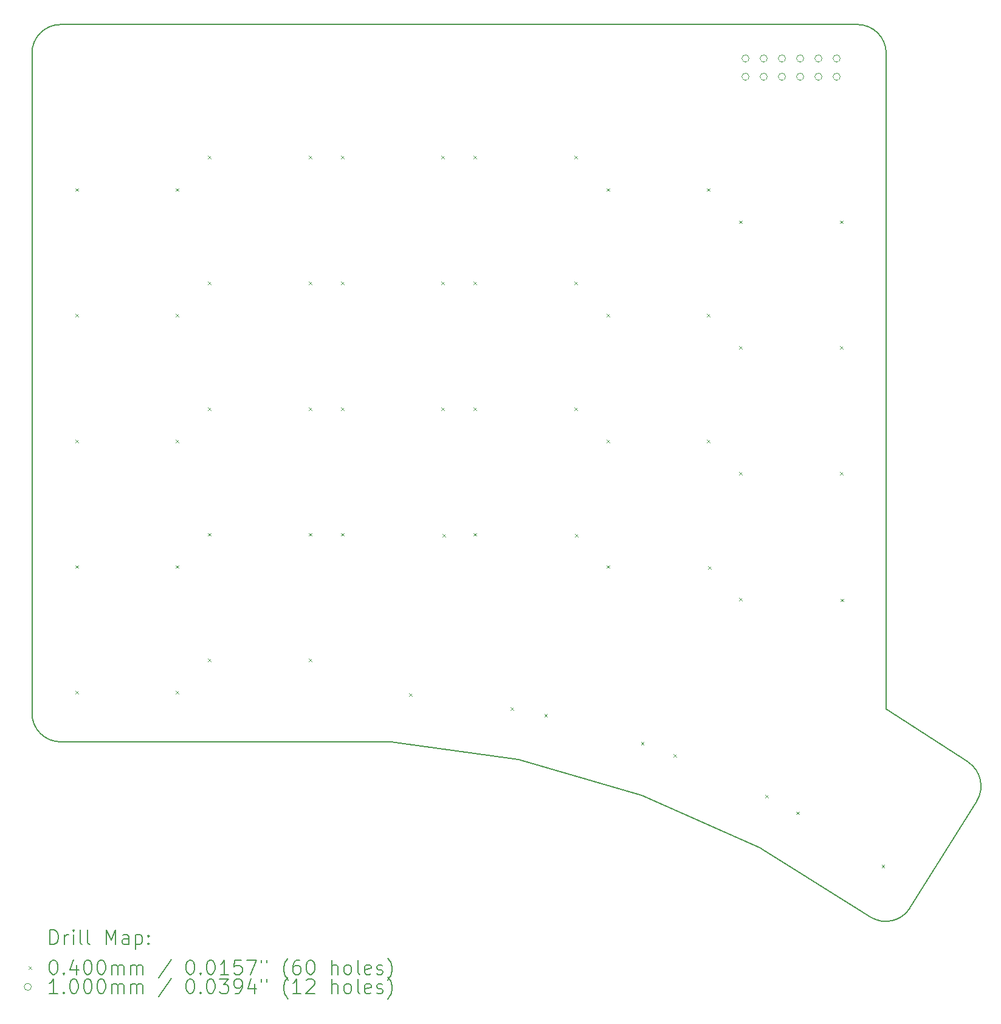
<source format=gbr>
%TF.GenerationSoftware,KiCad,Pcbnew,8.0.3*%
%TF.CreationDate,2024-06-13T00:21:15+02:00*%
%TF.ProjectId,protoeepyboard,70726f74-6f65-4657-9079-626f6172642e,1.0*%
%TF.SameCoordinates,Original*%
%TF.FileFunction,Drillmap*%
%TF.FilePolarity,Positive*%
%FSLAX45Y45*%
G04 Gerber Fmt 4.5, Leading zero omitted, Abs format (unit mm)*
G04 Created by KiCad (PCBNEW 8.0.3) date 2024-06-13 00:21:15*
%MOMM*%
%LPD*%
G01*
G04 APERTURE LIST*
%ADD10C,0.150000*%
%ADD11C,0.200000*%
%ADD12C,0.100000*%
G04 APERTURE END LIST*
D10*
X16175736Y-16610711D02*
X14451176Y-16116202D01*
X20838404Y-16694613D02*
X19911045Y-18178697D01*
X19577548Y-15411192D02*
X20716208Y-16146638D01*
X19359859Y-18305949D02*
X17814690Y-17340420D01*
X19577548Y-6279017D02*
X19577548Y-15411192D01*
X7677548Y-6279017D02*
G75*
G02*
X8077548Y-5879016I400001J0D01*
G01*
X7677549Y-15466517D02*
X7677548Y-6279017D01*
X8077548Y-15866516D02*
G75*
G02*
X7677548Y-15466517I0J400000D01*
G01*
X8077548Y-15866516D02*
X12674577Y-15866517D01*
X20716208Y-16146638D02*
G75*
G02*
X20838407Y-16694615I-217020J-336009D01*
G01*
X14451176Y-16116202D02*
X12674577Y-15866517D01*
X19177548Y-5879017D02*
G75*
G02*
X19577548Y-6279017I0J-400000D01*
G01*
X17814690Y-17340420D02*
X16175736Y-16610711D01*
X19911046Y-18178697D02*
G75*
G02*
X19359861Y-18305945I-339217J211971D01*
G01*
X8077548Y-5879017D02*
X19177548Y-5879017D01*
D11*
D12*
X8282548Y-11659017D02*
X8322548Y-11699017D01*
X8322548Y-11659017D02*
X8282548Y-11699017D01*
X8282548Y-8159016D02*
X8322548Y-8199016D01*
X8322548Y-8159016D02*
X8282548Y-8199016D01*
X8282548Y-15159017D02*
X8322548Y-15199017D01*
X8322548Y-15159017D02*
X8282548Y-15199017D01*
X8282548Y-9909016D02*
X8322548Y-9949016D01*
X8322548Y-9909016D02*
X8282548Y-9949016D01*
X8282548Y-13409016D02*
X8322548Y-13449016D01*
X8322548Y-13409016D02*
X8282548Y-13449016D01*
X9682548Y-11659017D02*
X9722548Y-11699017D01*
X9722548Y-11659017D02*
X9682548Y-11699017D01*
X9682548Y-9909017D02*
X9722548Y-9949017D01*
X9722548Y-9909017D02*
X9682548Y-9949017D01*
X9682548Y-13409017D02*
X9722548Y-13449017D01*
X9722548Y-13409017D02*
X9682548Y-13449017D01*
X9682548Y-15159017D02*
X9722548Y-15199017D01*
X9722548Y-15159017D02*
X9682548Y-15199017D01*
X9682549Y-8159017D02*
X9722549Y-8199017D01*
X9722549Y-8159017D02*
X9682549Y-8199017D01*
X10132548Y-7709016D02*
X10172548Y-7749016D01*
X10172548Y-7709016D02*
X10132548Y-7749016D01*
X10132548Y-11209017D02*
X10172548Y-11249017D01*
X10172548Y-11209017D02*
X10132548Y-11249017D01*
X10132548Y-9459017D02*
X10172548Y-9499017D01*
X10172548Y-9459017D02*
X10132548Y-9499017D01*
X10132548Y-12959016D02*
X10172548Y-12999016D01*
X10172548Y-12959016D02*
X10132548Y-12999016D01*
X10132548Y-14709016D02*
X10172548Y-14749016D01*
X10172548Y-14709016D02*
X10132548Y-14749016D01*
X11532548Y-7709017D02*
X11572548Y-7749017D01*
X11572548Y-7709017D02*
X11532548Y-7749017D01*
X11532548Y-12959017D02*
X11572548Y-12999017D01*
X11572548Y-12959017D02*
X11532548Y-12999017D01*
X11532548Y-14709016D02*
X11572548Y-14749016D01*
X11572548Y-14709016D02*
X11532548Y-14749016D01*
X11532548Y-9459017D02*
X11572548Y-9499017D01*
X11572548Y-9459017D02*
X11532548Y-9499017D01*
X11532549Y-11209017D02*
X11572549Y-11249017D01*
X11572549Y-11209017D02*
X11532549Y-11249017D01*
X11982548Y-12959017D02*
X12022548Y-12999017D01*
X12022548Y-12959017D02*
X11982548Y-12999017D01*
X11982548Y-11209016D02*
X12022548Y-11249016D01*
X12022548Y-11209016D02*
X11982548Y-11249016D01*
X11982548Y-7709016D02*
X12022548Y-7749016D01*
X12022548Y-7709016D02*
X11982548Y-7749016D01*
X11982548Y-9459016D02*
X12022548Y-9499016D01*
X12022548Y-9459016D02*
X11982548Y-9499016D01*
X12934199Y-15189037D02*
X12974199Y-15229037D01*
X12974199Y-15189037D02*
X12934199Y-15229037D01*
X13382548Y-7709017D02*
X13422548Y-7749017D01*
X13422548Y-7709017D02*
X13382548Y-7749017D01*
X13382548Y-11209017D02*
X13422548Y-11249017D01*
X13422548Y-11209017D02*
X13382548Y-11249017D01*
X13382549Y-9459017D02*
X13422549Y-9499017D01*
X13422549Y-9459017D02*
X13382549Y-9499017D01*
X13395612Y-12973433D02*
X13435612Y-13013433D01*
X13435612Y-12973433D02*
X13395612Y-13013433D01*
X13832548Y-12959017D02*
X13872548Y-12999017D01*
X13872548Y-12959017D02*
X13832548Y-12999017D01*
X13832548Y-7709016D02*
X13872548Y-7749016D01*
X13872548Y-7709016D02*
X13832548Y-7749016D01*
X13832548Y-9459017D02*
X13872548Y-9499017D01*
X13872548Y-9459017D02*
X13832548Y-9499017D01*
X13832548Y-11209017D02*
X13872548Y-11249017D01*
X13872548Y-11209017D02*
X13832548Y-11249017D01*
X14345331Y-15387359D02*
X14385331Y-15427359D01*
X14385331Y-15387359D02*
X14345331Y-15427359D01*
X14816883Y-15481639D02*
X14856883Y-15521639D01*
X14856883Y-15481639D02*
X14816883Y-15521639D01*
X15232548Y-11209016D02*
X15272548Y-11249016D01*
X15272548Y-11209016D02*
X15232548Y-11249016D01*
X15232549Y-7709017D02*
X15272549Y-7749017D01*
X15272549Y-7709017D02*
X15232549Y-7749017D01*
X15232549Y-9459016D02*
X15272549Y-9499016D01*
X15272549Y-9459016D02*
X15232549Y-9499016D01*
X15245612Y-12973433D02*
X15285612Y-13013433D01*
X15285612Y-12973433D02*
X15245612Y-13013433D01*
X15682548Y-13409017D02*
X15722548Y-13449017D01*
X15722548Y-13409017D02*
X15682548Y-13449017D01*
X15682548Y-9909017D02*
X15722548Y-9949017D01*
X15722548Y-9909017D02*
X15682548Y-9949017D01*
X15682548Y-11659017D02*
X15722548Y-11699017D01*
X15722548Y-11659017D02*
X15682548Y-11699017D01*
X15682548Y-8159017D02*
X15722548Y-8199017D01*
X15722548Y-8159017D02*
X15682548Y-8199017D01*
X16162649Y-15867531D02*
X16202649Y-15907531D01*
X16202649Y-15867531D02*
X16162649Y-15907531D01*
X16615375Y-16035568D02*
X16655375Y-16075568D01*
X16655375Y-16035568D02*
X16615375Y-16075568D01*
X17082548Y-11659016D02*
X17122548Y-11699016D01*
X17122548Y-11659016D02*
X17082548Y-11699016D01*
X17082548Y-9909016D02*
X17122548Y-9949016D01*
X17122548Y-9909016D02*
X17082548Y-9949016D01*
X17082548Y-8159017D02*
X17122548Y-8199017D01*
X17122548Y-8159017D02*
X17082548Y-8199017D01*
X17095612Y-13423433D02*
X17135612Y-13463433D01*
X17135612Y-13423433D02*
X17095612Y-13463433D01*
X17532548Y-10359017D02*
X17572548Y-10399017D01*
X17572548Y-10359017D02*
X17532548Y-10399017D01*
X17532548Y-12109017D02*
X17572548Y-12149017D01*
X17572548Y-12109017D02*
X17532548Y-12149017D01*
X17532548Y-8609017D02*
X17572548Y-8649017D01*
X17572548Y-8609017D02*
X17532548Y-8649017D01*
X17532549Y-13859017D02*
X17572549Y-13899017D01*
X17572549Y-13859017D02*
X17532549Y-13899017D01*
X17894339Y-16604999D02*
X17934339Y-16644999D01*
X17934339Y-16604999D02*
X17894339Y-16644999D01*
X18327867Y-16837639D02*
X18367867Y-16877639D01*
X18367867Y-16837639D02*
X18327867Y-16877639D01*
X18932548Y-10359017D02*
X18972548Y-10399017D01*
X18972548Y-10359017D02*
X18932548Y-10399017D01*
X18932548Y-8609017D02*
X18972548Y-8649017D01*
X18972548Y-8609017D02*
X18932548Y-8649017D01*
X18932548Y-12109016D02*
X18972548Y-12149016D01*
X18972548Y-12109016D02*
X18932548Y-12149016D01*
X18945612Y-13873433D02*
X18985612Y-13913433D01*
X18985612Y-13873433D02*
X18945612Y-13913433D01*
X19515135Y-17579527D02*
X19555135Y-17619527D01*
X19555135Y-17579527D02*
X19515135Y-17619527D01*
X17667549Y-6352016D02*
G75*
G02*
X17567549Y-6352016I-50000J0D01*
G01*
X17567549Y-6352016D02*
G75*
G02*
X17667549Y-6352016I50000J0D01*
G01*
X17667549Y-6606016D02*
G75*
G02*
X17567549Y-6606016I-50000J0D01*
G01*
X17567549Y-6606016D02*
G75*
G02*
X17667549Y-6606016I50000J0D01*
G01*
X17921549Y-6352016D02*
G75*
G02*
X17821549Y-6352016I-50000J0D01*
G01*
X17821549Y-6352016D02*
G75*
G02*
X17921549Y-6352016I50000J0D01*
G01*
X17921549Y-6606016D02*
G75*
G02*
X17821549Y-6606016I-50000J0D01*
G01*
X17821549Y-6606016D02*
G75*
G02*
X17921549Y-6606016I50000J0D01*
G01*
X18175549Y-6352016D02*
G75*
G02*
X18075549Y-6352016I-50000J0D01*
G01*
X18075549Y-6352016D02*
G75*
G02*
X18175549Y-6352016I50000J0D01*
G01*
X18175549Y-6606016D02*
G75*
G02*
X18075549Y-6606016I-50000J0D01*
G01*
X18075549Y-6606016D02*
G75*
G02*
X18175549Y-6606016I50000J0D01*
G01*
X18429549Y-6352016D02*
G75*
G02*
X18329549Y-6352016I-50000J0D01*
G01*
X18329549Y-6352016D02*
G75*
G02*
X18429549Y-6352016I50000J0D01*
G01*
X18429549Y-6606016D02*
G75*
G02*
X18329549Y-6606016I-50000J0D01*
G01*
X18329549Y-6606016D02*
G75*
G02*
X18429549Y-6606016I50000J0D01*
G01*
X18683549Y-6352016D02*
G75*
G02*
X18583549Y-6352016I-50000J0D01*
G01*
X18583549Y-6352016D02*
G75*
G02*
X18683549Y-6352016I50000J0D01*
G01*
X18683549Y-6606016D02*
G75*
G02*
X18583549Y-6606016I-50000J0D01*
G01*
X18583549Y-6606016D02*
G75*
G02*
X18683549Y-6606016I50000J0D01*
G01*
X18937548Y-6606016D02*
G75*
G02*
X18837548Y-6606016I-50000J0D01*
G01*
X18837548Y-6606016D02*
G75*
G02*
X18937548Y-6606016I50000J0D01*
G01*
X18937549Y-6352016D02*
G75*
G02*
X18837549Y-6352016I-50000J0D01*
G01*
X18837549Y-6352016D02*
G75*
G02*
X18937549Y-6352016I50000J0D01*
G01*
D11*
X7930824Y-18685710D02*
X7930824Y-18485710D01*
X7930824Y-18485710D02*
X7978443Y-18485710D01*
X7978443Y-18485710D02*
X8007015Y-18495234D01*
X8007015Y-18495234D02*
X8026062Y-18514282D01*
X8026062Y-18514282D02*
X8035586Y-18533329D01*
X8035586Y-18533329D02*
X8045110Y-18571424D01*
X8045110Y-18571424D02*
X8045110Y-18599996D01*
X8045110Y-18599996D02*
X8035586Y-18638091D01*
X8035586Y-18638091D02*
X8026062Y-18657139D01*
X8026062Y-18657139D02*
X8007015Y-18676186D01*
X8007015Y-18676186D02*
X7978443Y-18685710D01*
X7978443Y-18685710D02*
X7930824Y-18685710D01*
X8130824Y-18685710D02*
X8130824Y-18552377D01*
X8130824Y-18590472D02*
X8140348Y-18571424D01*
X8140348Y-18571424D02*
X8149872Y-18561901D01*
X8149872Y-18561901D02*
X8168920Y-18552377D01*
X8168920Y-18552377D02*
X8187967Y-18552377D01*
X8254634Y-18685710D02*
X8254634Y-18552377D01*
X8254634Y-18485710D02*
X8245110Y-18495234D01*
X8245110Y-18495234D02*
X8254634Y-18504758D01*
X8254634Y-18504758D02*
X8264158Y-18495234D01*
X8264158Y-18495234D02*
X8254634Y-18485710D01*
X8254634Y-18485710D02*
X8254634Y-18504758D01*
X8378443Y-18685710D02*
X8359396Y-18676186D01*
X8359396Y-18676186D02*
X8349872Y-18657139D01*
X8349872Y-18657139D02*
X8349872Y-18485710D01*
X8483205Y-18685710D02*
X8464158Y-18676186D01*
X8464158Y-18676186D02*
X8454634Y-18657139D01*
X8454634Y-18657139D02*
X8454634Y-18485710D01*
X8711777Y-18685710D02*
X8711777Y-18485710D01*
X8711777Y-18485710D02*
X8778444Y-18628567D01*
X8778444Y-18628567D02*
X8845110Y-18485710D01*
X8845110Y-18485710D02*
X8845110Y-18685710D01*
X9026063Y-18685710D02*
X9026063Y-18580948D01*
X9026063Y-18580948D02*
X9016539Y-18561901D01*
X9016539Y-18561901D02*
X8997491Y-18552377D01*
X8997491Y-18552377D02*
X8959396Y-18552377D01*
X8959396Y-18552377D02*
X8940348Y-18561901D01*
X9026063Y-18676186D02*
X9007015Y-18685710D01*
X9007015Y-18685710D02*
X8959396Y-18685710D01*
X8959396Y-18685710D02*
X8940348Y-18676186D01*
X8940348Y-18676186D02*
X8930824Y-18657139D01*
X8930824Y-18657139D02*
X8930824Y-18638091D01*
X8930824Y-18638091D02*
X8940348Y-18619043D01*
X8940348Y-18619043D02*
X8959396Y-18609520D01*
X8959396Y-18609520D02*
X9007015Y-18609520D01*
X9007015Y-18609520D02*
X9026063Y-18599996D01*
X9121301Y-18552377D02*
X9121301Y-18752377D01*
X9121301Y-18561901D02*
X9140348Y-18552377D01*
X9140348Y-18552377D02*
X9178444Y-18552377D01*
X9178444Y-18552377D02*
X9197491Y-18561901D01*
X9197491Y-18561901D02*
X9207015Y-18571424D01*
X9207015Y-18571424D02*
X9216539Y-18590472D01*
X9216539Y-18590472D02*
X9216539Y-18647615D01*
X9216539Y-18647615D02*
X9207015Y-18666662D01*
X9207015Y-18666662D02*
X9197491Y-18676186D01*
X9197491Y-18676186D02*
X9178444Y-18685710D01*
X9178444Y-18685710D02*
X9140348Y-18685710D01*
X9140348Y-18685710D02*
X9121301Y-18676186D01*
X9302253Y-18666662D02*
X9311777Y-18676186D01*
X9311777Y-18676186D02*
X9302253Y-18685710D01*
X9302253Y-18685710D02*
X9292729Y-18676186D01*
X9292729Y-18676186D02*
X9302253Y-18666662D01*
X9302253Y-18666662D02*
X9302253Y-18685710D01*
X9302253Y-18561901D02*
X9311777Y-18571424D01*
X9311777Y-18571424D02*
X9302253Y-18580948D01*
X9302253Y-18580948D02*
X9292729Y-18571424D01*
X9292729Y-18571424D02*
X9302253Y-18561901D01*
X9302253Y-18561901D02*
X9302253Y-18580948D01*
D12*
X7630048Y-18994226D02*
X7670048Y-19034226D01*
X7670048Y-18994226D02*
X7630048Y-19034226D01*
D11*
X7968920Y-18905710D02*
X7987967Y-18905710D01*
X7987967Y-18905710D02*
X8007015Y-18915234D01*
X8007015Y-18915234D02*
X8016539Y-18924758D01*
X8016539Y-18924758D02*
X8026062Y-18943805D01*
X8026062Y-18943805D02*
X8035586Y-18981901D01*
X8035586Y-18981901D02*
X8035586Y-19029520D01*
X8035586Y-19029520D02*
X8026062Y-19067615D01*
X8026062Y-19067615D02*
X8016539Y-19086662D01*
X8016539Y-19086662D02*
X8007015Y-19096186D01*
X8007015Y-19096186D02*
X7987967Y-19105710D01*
X7987967Y-19105710D02*
X7968920Y-19105710D01*
X7968920Y-19105710D02*
X7949872Y-19096186D01*
X7949872Y-19096186D02*
X7940348Y-19086662D01*
X7940348Y-19086662D02*
X7930824Y-19067615D01*
X7930824Y-19067615D02*
X7921301Y-19029520D01*
X7921301Y-19029520D02*
X7921301Y-18981901D01*
X7921301Y-18981901D02*
X7930824Y-18943805D01*
X7930824Y-18943805D02*
X7940348Y-18924758D01*
X7940348Y-18924758D02*
X7949872Y-18915234D01*
X7949872Y-18915234D02*
X7968920Y-18905710D01*
X8121301Y-19086662D02*
X8130824Y-19096186D01*
X8130824Y-19096186D02*
X8121301Y-19105710D01*
X8121301Y-19105710D02*
X8111777Y-19096186D01*
X8111777Y-19096186D02*
X8121301Y-19086662D01*
X8121301Y-19086662D02*
X8121301Y-19105710D01*
X8302253Y-18972377D02*
X8302253Y-19105710D01*
X8254634Y-18896186D02*
X8207015Y-19039043D01*
X8207015Y-19039043D02*
X8330824Y-19039043D01*
X8445110Y-18905710D02*
X8464158Y-18905710D01*
X8464158Y-18905710D02*
X8483205Y-18915234D01*
X8483205Y-18915234D02*
X8492729Y-18924758D01*
X8492729Y-18924758D02*
X8502253Y-18943805D01*
X8502253Y-18943805D02*
X8511777Y-18981901D01*
X8511777Y-18981901D02*
X8511777Y-19029520D01*
X8511777Y-19029520D02*
X8502253Y-19067615D01*
X8502253Y-19067615D02*
X8492729Y-19086662D01*
X8492729Y-19086662D02*
X8483205Y-19096186D01*
X8483205Y-19096186D02*
X8464158Y-19105710D01*
X8464158Y-19105710D02*
X8445110Y-19105710D01*
X8445110Y-19105710D02*
X8426063Y-19096186D01*
X8426063Y-19096186D02*
X8416539Y-19086662D01*
X8416539Y-19086662D02*
X8407015Y-19067615D01*
X8407015Y-19067615D02*
X8397491Y-19029520D01*
X8397491Y-19029520D02*
X8397491Y-18981901D01*
X8397491Y-18981901D02*
X8407015Y-18943805D01*
X8407015Y-18943805D02*
X8416539Y-18924758D01*
X8416539Y-18924758D02*
X8426063Y-18915234D01*
X8426063Y-18915234D02*
X8445110Y-18905710D01*
X8635586Y-18905710D02*
X8654634Y-18905710D01*
X8654634Y-18905710D02*
X8673682Y-18915234D01*
X8673682Y-18915234D02*
X8683205Y-18924758D01*
X8683205Y-18924758D02*
X8692729Y-18943805D01*
X8692729Y-18943805D02*
X8702253Y-18981901D01*
X8702253Y-18981901D02*
X8702253Y-19029520D01*
X8702253Y-19029520D02*
X8692729Y-19067615D01*
X8692729Y-19067615D02*
X8683205Y-19086662D01*
X8683205Y-19086662D02*
X8673682Y-19096186D01*
X8673682Y-19096186D02*
X8654634Y-19105710D01*
X8654634Y-19105710D02*
X8635586Y-19105710D01*
X8635586Y-19105710D02*
X8616539Y-19096186D01*
X8616539Y-19096186D02*
X8607015Y-19086662D01*
X8607015Y-19086662D02*
X8597491Y-19067615D01*
X8597491Y-19067615D02*
X8587967Y-19029520D01*
X8587967Y-19029520D02*
X8587967Y-18981901D01*
X8587967Y-18981901D02*
X8597491Y-18943805D01*
X8597491Y-18943805D02*
X8607015Y-18924758D01*
X8607015Y-18924758D02*
X8616539Y-18915234D01*
X8616539Y-18915234D02*
X8635586Y-18905710D01*
X8787967Y-19105710D02*
X8787967Y-18972377D01*
X8787967Y-18991424D02*
X8797491Y-18981901D01*
X8797491Y-18981901D02*
X8816539Y-18972377D01*
X8816539Y-18972377D02*
X8845110Y-18972377D01*
X8845110Y-18972377D02*
X8864158Y-18981901D01*
X8864158Y-18981901D02*
X8873682Y-19000948D01*
X8873682Y-19000948D02*
X8873682Y-19105710D01*
X8873682Y-19000948D02*
X8883205Y-18981901D01*
X8883205Y-18981901D02*
X8902253Y-18972377D01*
X8902253Y-18972377D02*
X8930824Y-18972377D01*
X8930824Y-18972377D02*
X8949872Y-18981901D01*
X8949872Y-18981901D02*
X8959396Y-19000948D01*
X8959396Y-19000948D02*
X8959396Y-19105710D01*
X9054634Y-19105710D02*
X9054634Y-18972377D01*
X9054634Y-18991424D02*
X9064158Y-18981901D01*
X9064158Y-18981901D02*
X9083205Y-18972377D01*
X9083205Y-18972377D02*
X9111777Y-18972377D01*
X9111777Y-18972377D02*
X9130825Y-18981901D01*
X9130825Y-18981901D02*
X9140348Y-19000948D01*
X9140348Y-19000948D02*
X9140348Y-19105710D01*
X9140348Y-19000948D02*
X9149872Y-18981901D01*
X9149872Y-18981901D02*
X9168920Y-18972377D01*
X9168920Y-18972377D02*
X9197491Y-18972377D01*
X9197491Y-18972377D02*
X9216539Y-18981901D01*
X9216539Y-18981901D02*
X9226063Y-19000948D01*
X9226063Y-19000948D02*
X9226063Y-19105710D01*
X9616539Y-18896186D02*
X9445110Y-19153329D01*
X9873682Y-18905710D02*
X9892729Y-18905710D01*
X9892729Y-18905710D02*
X9911777Y-18915234D01*
X9911777Y-18915234D02*
X9921301Y-18924758D01*
X9921301Y-18924758D02*
X9930825Y-18943805D01*
X9930825Y-18943805D02*
X9940348Y-18981901D01*
X9940348Y-18981901D02*
X9940348Y-19029520D01*
X9940348Y-19029520D02*
X9930825Y-19067615D01*
X9930825Y-19067615D02*
X9921301Y-19086662D01*
X9921301Y-19086662D02*
X9911777Y-19096186D01*
X9911777Y-19096186D02*
X9892729Y-19105710D01*
X9892729Y-19105710D02*
X9873682Y-19105710D01*
X9873682Y-19105710D02*
X9854634Y-19096186D01*
X9854634Y-19096186D02*
X9845110Y-19086662D01*
X9845110Y-19086662D02*
X9835587Y-19067615D01*
X9835587Y-19067615D02*
X9826063Y-19029520D01*
X9826063Y-19029520D02*
X9826063Y-18981901D01*
X9826063Y-18981901D02*
X9835587Y-18943805D01*
X9835587Y-18943805D02*
X9845110Y-18924758D01*
X9845110Y-18924758D02*
X9854634Y-18915234D01*
X9854634Y-18915234D02*
X9873682Y-18905710D01*
X10026063Y-19086662D02*
X10035587Y-19096186D01*
X10035587Y-19096186D02*
X10026063Y-19105710D01*
X10026063Y-19105710D02*
X10016539Y-19096186D01*
X10016539Y-19096186D02*
X10026063Y-19086662D01*
X10026063Y-19086662D02*
X10026063Y-19105710D01*
X10159396Y-18905710D02*
X10178444Y-18905710D01*
X10178444Y-18905710D02*
X10197491Y-18915234D01*
X10197491Y-18915234D02*
X10207015Y-18924758D01*
X10207015Y-18924758D02*
X10216539Y-18943805D01*
X10216539Y-18943805D02*
X10226063Y-18981901D01*
X10226063Y-18981901D02*
X10226063Y-19029520D01*
X10226063Y-19029520D02*
X10216539Y-19067615D01*
X10216539Y-19067615D02*
X10207015Y-19086662D01*
X10207015Y-19086662D02*
X10197491Y-19096186D01*
X10197491Y-19096186D02*
X10178444Y-19105710D01*
X10178444Y-19105710D02*
X10159396Y-19105710D01*
X10159396Y-19105710D02*
X10140348Y-19096186D01*
X10140348Y-19096186D02*
X10130825Y-19086662D01*
X10130825Y-19086662D02*
X10121301Y-19067615D01*
X10121301Y-19067615D02*
X10111777Y-19029520D01*
X10111777Y-19029520D02*
X10111777Y-18981901D01*
X10111777Y-18981901D02*
X10121301Y-18943805D01*
X10121301Y-18943805D02*
X10130825Y-18924758D01*
X10130825Y-18924758D02*
X10140348Y-18915234D01*
X10140348Y-18915234D02*
X10159396Y-18905710D01*
X10416539Y-19105710D02*
X10302253Y-19105710D01*
X10359396Y-19105710D02*
X10359396Y-18905710D01*
X10359396Y-18905710D02*
X10340348Y-18934282D01*
X10340348Y-18934282D02*
X10321301Y-18953329D01*
X10321301Y-18953329D02*
X10302253Y-18962853D01*
X10597491Y-18905710D02*
X10502253Y-18905710D01*
X10502253Y-18905710D02*
X10492729Y-19000948D01*
X10492729Y-19000948D02*
X10502253Y-18991424D01*
X10502253Y-18991424D02*
X10521301Y-18981901D01*
X10521301Y-18981901D02*
X10568920Y-18981901D01*
X10568920Y-18981901D02*
X10587968Y-18991424D01*
X10587968Y-18991424D02*
X10597491Y-19000948D01*
X10597491Y-19000948D02*
X10607015Y-19019996D01*
X10607015Y-19019996D02*
X10607015Y-19067615D01*
X10607015Y-19067615D02*
X10597491Y-19086662D01*
X10597491Y-19086662D02*
X10587968Y-19096186D01*
X10587968Y-19096186D02*
X10568920Y-19105710D01*
X10568920Y-19105710D02*
X10521301Y-19105710D01*
X10521301Y-19105710D02*
X10502253Y-19096186D01*
X10502253Y-19096186D02*
X10492729Y-19086662D01*
X10673682Y-18905710D02*
X10807015Y-18905710D01*
X10807015Y-18905710D02*
X10721301Y-19105710D01*
X10873682Y-18905710D02*
X10873682Y-18943805D01*
X10949872Y-18905710D02*
X10949872Y-18943805D01*
X11245110Y-19181901D02*
X11235587Y-19172377D01*
X11235587Y-19172377D02*
X11216539Y-19143805D01*
X11216539Y-19143805D02*
X11207015Y-19124758D01*
X11207015Y-19124758D02*
X11197491Y-19096186D01*
X11197491Y-19096186D02*
X11187968Y-19048567D01*
X11187968Y-19048567D02*
X11187968Y-19010472D01*
X11187968Y-19010472D02*
X11197491Y-18962853D01*
X11197491Y-18962853D02*
X11207015Y-18934282D01*
X11207015Y-18934282D02*
X11216539Y-18915234D01*
X11216539Y-18915234D02*
X11235587Y-18886662D01*
X11235587Y-18886662D02*
X11245110Y-18877139D01*
X11407015Y-18905710D02*
X11368920Y-18905710D01*
X11368920Y-18905710D02*
X11349872Y-18915234D01*
X11349872Y-18915234D02*
X11340348Y-18924758D01*
X11340348Y-18924758D02*
X11321301Y-18953329D01*
X11321301Y-18953329D02*
X11311777Y-18991424D01*
X11311777Y-18991424D02*
X11311777Y-19067615D01*
X11311777Y-19067615D02*
X11321301Y-19086662D01*
X11321301Y-19086662D02*
X11330825Y-19096186D01*
X11330825Y-19096186D02*
X11349872Y-19105710D01*
X11349872Y-19105710D02*
X11387968Y-19105710D01*
X11387968Y-19105710D02*
X11407015Y-19096186D01*
X11407015Y-19096186D02*
X11416539Y-19086662D01*
X11416539Y-19086662D02*
X11426063Y-19067615D01*
X11426063Y-19067615D02*
X11426063Y-19019996D01*
X11426063Y-19019996D02*
X11416539Y-19000948D01*
X11416539Y-19000948D02*
X11407015Y-18991424D01*
X11407015Y-18991424D02*
X11387968Y-18981901D01*
X11387968Y-18981901D02*
X11349872Y-18981901D01*
X11349872Y-18981901D02*
X11330825Y-18991424D01*
X11330825Y-18991424D02*
X11321301Y-19000948D01*
X11321301Y-19000948D02*
X11311777Y-19019996D01*
X11549872Y-18905710D02*
X11568920Y-18905710D01*
X11568920Y-18905710D02*
X11587968Y-18915234D01*
X11587968Y-18915234D02*
X11597491Y-18924758D01*
X11597491Y-18924758D02*
X11607015Y-18943805D01*
X11607015Y-18943805D02*
X11616539Y-18981901D01*
X11616539Y-18981901D02*
X11616539Y-19029520D01*
X11616539Y-19029520D02*
X11607015Y-19067615D01*
X11607015Y-19067615D02*
X11597491Y-19086662D01*
X11597491Y-19086662D02*
X11587968Y-19096186D01*
X11587968Y-19096186D02*
X11568920Y-19105710D01*
X11568920Y-19105710D02*
X11549872Y-19105710D01*
X11549872Y-19105710D02*
X11530825Y-19096186D01*
X11530825Y-19096186D02*
X11521301Y-19086662D01*
X11521301Y-19086662D02*
X11511777Y-19067615D01*
X11511777Y-19067615D02*
X11502253Y-19029520D01*
X11502253Y-19029520D02*
X11502253Y-18981901D01*
X11502253Y-18981901D02*
X11511777Y-18943805D01*
X11511777Y-18943805D02*
X11521301Y-18924758D01*
X11521301Y-18924758D02*
X11530825Y-18915234D01*
X11530825Y-18915234D02*
X11549872Y-18905710D01*
X11854634Y-19105710D02*
X11854634Y-18905710D01*
X11940349Y-19105710D02*
X11940349Y-19000948D01*
X11940349Y-19000948D02*
X11930825Y-18981901D01*
X11930825Y-18981901D02*
X11911777Y-18972377D01*
X11911777Y-18972377D02*
X11883206Y-18972377D01*
X11883206Y-18972377D02*
X11864158Y-18981901D01*
X11864158Y-18981901D02*
X11854634Y-18991424D01*
X12064158Y-19105710D02*
X12045110Y-19096186D01*
X12045110Y-19096186D02*
X12035587Y-19086662D01*
X12035587Y-19086662D02*
X12026063Y-19067615D01*
X12026063Y-19067615D02*
X12026063Y-19010472D01*
X12026063Y-19010472D02*
X12035587Y-18991424D01*
X12035587Y-18991424D02*
X12045110Y-18981901D01*
X12045110Y-18981901D02*
X12064158Y-18972377D01*
X12064158Y-18972377D02*
X12092730Y-18972377D01*
X12092730Y-18972377D02*
X12111777Y-18981901D01*
X12111777Y-18981901D02*
X12121301Y-18991424D01*
X12121301Y-18991424D02*
X12130825Y-19010472D01*
X12130825Y-19010472D02*
X12130825Y-19067615D01*
X12130825Y-19067615D02*
X12121301Y-19086662D01*
X12121301Y-19086662D02*
X12111777Y-19096186D01*
X12111777Y-19096186D02*
X12092730Y-19105710D01*
X12092730Y-19105710D02*
X12064158Y-19105710D01*
X12245110Y-19105710D02*
X12226063Y-19096186D01*
X12226063Y-19096186D02*
X12216539Y-19077139D01*
X12216539Y-19077139D02*
X12216539Y-18905710D01*
X12397491Y-19096186D02*
X12378444Y-19105710D01*
X12378444Y-19105710D02*
X12340349Y-19105710D01*
X12340349Y-19105710D02*
X12321301Y-19096186D01*
X12321301Y-19096186D02*
X12311777Y-19077139D01*
X12311777Y-19077139D02*
X12311777Y-19000948D01*
X12311777Y-19000948D02*
X12321301Y-18981901D01*
X12321301Y-18981901D02*
X12340349Y-18972377D01*
X12340349Y-18972377D02*
X12378444Y-18972377D01*
X12378444Y-18972377D02*
X12397491Y-18981901D01*
X12397491Y-18981901D02*
X12407015Y-19000948D01*
X12407015Y-19000948D02*
X12407015Y-19019996D01*
X12407015Y-19019996D02*
X12311777Y-19039043D01*
X12483206Y-19096186D02*
X12502253Y-19105710D01*
X12502253Y-19105710D02*
X12540349Y-19105710D01*
X12540349Y-19105710D02*
X12559396Y-19096186D01*
X12559396Y-19096186D02*
X12568920Y-19077139D01*
X12568920Y-19077139D02*
X12568920Y-19067615D01*
X12568920Y-19067615D02*
X12559396Y-19048567D01*
X12559396Y-19048567D02*
X12540349Y-19039043D01*
X12540349Y-19039043D02*
X12511777Y-19039043D01*
X12511777Y-19039043D02*
X12492730Y-19029520D01*
X12492730Y-19029520D02*
X12483206Y-19010472D01*
X12483206Y-19010472D02*
X12483206Y-19000948D01*
X12483206Y-19000948D02*
X12492730Y-18981901D01*
X12492730Y-18981901D02*
X12511777Y-18972377D01*
X12511777Y-18972377D02*
X12540349Y-18972377D01*
X12540349Y-18972377D02*
X12559396Y-18981901D01*
X12635587Y-19181901D02*
X12645111Y-19172377D01*
X12645111Y-19172377D02*
X12664158Y-19143805D01*
X12664158Y-19143805D02*
X12673682Y-19124758D01*
X12673682Y-19124758D02*
X12683206Y-19096186D01*
X12683206Y-19096186D02*
X12692730Y-19048567D01*
X12692730Y-19048567D02*
X12692730Y-19010472D01*
X12692730Y-19010472D02*
X12683206Y-18962853D01*
X12683206Y-18962853D02*
X12673682Y-18934282D01*
X12673682Y-18934282D02*
X12664158Y-18915234D01*
X12664158Y-18915234D02*
X12645111Y-18886662D01*
X12645111Y-18886662D02*
X12635587Y-18877139D01*
D12*
X7670048Y-19278226D02*
G75*
G02*
X7570048Y-19278226I-50000J0D01*
G01*
X7570048Y-19278226D02*
G75*
G02*
X7670048Y-19278226I50000J0D01*
G01*
D11*
X8035586Y-19369710D02*
X7921301Y-19369710D01*
X7978443Y-19369710D02*
X7978443Y-19169710D01*
X7978443Y-19169710D02*
X7959396Y-19198282D01*
X7959396Y-19198282D02*
X7940348Y-19217329D01*
X7940348Y-19217329D02*
X7921301Y-19226853D01*
X8121301Y-19350662D02*
X8130824Y-19360186D01*
X8130824Y-19360186D02*
X8121301Y-19369710D01*
X8121301Y-19369710D02*
X8111777Y-19360186D01*
X8111777Y-19360186D02*
X8121301Y-19350662D01*
X8121301Y-19350662D02*
X8121301Y-19369710D01*
X8254634Y-19169710D02*
X8273682Y-19169710D01*
X8273682Y-19169710D02*
X8292729Y-19179234D01*
X8292729Y-19179234D02*
X8302253Y-19188758D01*
X8302253Y-19188758D02*
X8311777Y-19207805D01*
X8311777Y-19207805D02*
X8321301Y-19245901D01*
X8321301Y-19245901D02*
X8321301Y-19293520D01*
X8321301Y-19293520D02*
X8311777Y-19331615D01*
X8311777Y-19331615D02*
X8302253Y-19350662D01*
X8302253Y-19350662D02*
X8292729Y-19360186D01*
X8292729Y-19360186D02*
X8273682Y-19369710D01*
X8273682Y-19369710D02*
X8254634Y-19369710D01*
X8254634Y-19369710D02*
X8235586Y-19360186D01*
X8235586Y-19360186D02*
X8226062Y-19350662D01*
X8226062Y-19350662D02*
X8216539Y-19331615D01*
X8216539Y-19331615D02*
X8207015Y-19293520D01*
X8207015Y-19293520D02*
X8207015Y-19245901D01*
X8207015Y-19245901D02*
X8216539Y-19207805D01*
X8216539Y-19207805D02*
X8226062Y-19188758D01*
X8226062Y-19188758D02*
X8235586Y-19179234D01*
X8235586Y-19179234D02*
X8254634Y-19169710D01*
X8445110Y-19169710D02*
X8464158Y-19169710D01*
X8464158Y-19169710D02*
X8483205Y-19179234D01*
X8483205Y-19179234D02*
X8492729Y-19188758D01*
X8492729Y-19188758D02*
X8502253Y-19207805D01*
X8502253Y-19207805D02*
X8511777Y-19245901D01*
X8511777Y-19245901D02*
X8511777Y-19293520D01*
X8511777Y-19293520D02*
X8502253Y-19331615D01*
X8502253Y-19331615D02*
X8492729Y-19350662D01*
X8492729Y-19350662D02*
X8483205Y-19360186D01*
X8483205Y-19360186D02*
X8464158Y-19369710D01*
X8464158Y-19369710D02*
X8445110Y-19369710D01*
X8445110Y-19369710D02*
X8426063Y-19360186D01*
X8426063Y-19360186D02*
X8416539Y-19350662D01*
X8416539Y-19350662D02*
X8407015Y-19331615D01*
X8407015Y-19331615D02*
X8397491Y-19293520D01*
X8397491Y-19293520D02*
X8397491Y-19245901D01*
X8397491Y-19245901D02*
X8407015Y-19207805D01*
X8407015Y-19207805D02*
X8416539Y-19188758D01*
X8416539Y-19188758D02*
X8426063Y-19179234D01*
X8426063Y-19179234D02*
X8445110Y-19169710D01*
X8635586Y-19169710D02*
X8654634Y-19169710D01*
X8654634Y-19169710D02*
X8673682Y-19179234D01*
X8673682Y-19179234D02*
X8683205Y-19188758D01*
X8683205Y-19188758D02*
X8692729Y-19207805D01*
X8692729Y-19207805D02*
X8702253Y-19245901D01*
X8702253Y-19245901D02*
X8702253Y-19293520D01*
X8702253Y-19293520D02*
X8692729Y-19331615D01*
X8692729Y-19331615D02*
X8683205Y-19350662D01*
X8683205Y-19350662D02*
X8673682Y-19360186D01*
X8673682Y-19360186D02*
X8654634Y-19369710D01*
X8654634Y-19369710D02*
X8635586Y-19369710D01*
X8635586Y-19369710D02*
X8616539Y-19360186D01*
X8616539Y-19360186D02*
X8607015Y-19350662D01*
X8607015Y-19350662D02*
X8597491Y-19331615D01*
X8597491Y-19331615D02*
X8587967Y-19293520D01*
X8587967Y-19293520D02*
X8587967Y-19245901D01*
X8587967Y-19245901D02*
X8597491Y-19207805D01*
X8597491Y-19207805D02*
X8607015Y-19188758D01*
X8607015Y-19188758D02*
X8616539Y-19179234D01*
X8616539Y-19179234D02*
X8635586Y-19169710D01*
X8787967Y-19369710D02*
X8787967Y-19236377D01*
X8787967Y-19255424D02*
X8797491Y-19245901D01*
X8797491Y-19245901D02*
X8816539Y-19236377D01*
X8816539Y-19236377D02*
X8845110Y-19236377D01*
X8845110Y-19236377D02*
X8864158Y-19245901D01*
X8864158Y-19245901D02*
X8873682Y-19264948D01*
X8873682Y-19264948D02*
X8873682Y-19369710D01*
X8873682Y-19264948D02*
X8883205Y-19245901D01*
X8883205Y-19245901D02*
X8902253Y-19236377D01*
X8902253Y-19236377D02*
X8930824Y-19236377D01*
X8930824Y-19236377D02*
X8949872Y-19245901D01*
X8949872Y-19245901D02*
X8959396Y-19264948D01*
X8959396Y-19264948D02*
X8959396Y-19369710D01*
X9054634Y-19369710D02*
X9054634Y-19236377D01*
X9054634Y-19255424D02*
X9064158Y-19245901D01*
X9064158Y-19245901D02*
X9083205Y-19236377D01*
X9083205Y-19236377D02*
X9111777Y-19236377D01*
X9111777Y-19236377D02*
X9130825Y-19245901D01*
X9130825Y-19245901D02*
X9140348Y-19264948D01*
X9140348Y-19264948D02*
X9140348Y-19369710D01*
X9140348Y-19264948D02*
X9149872Y-19245901D01*
X9149872Y-19245901D02*
X9168920Y-19236377D01*
X9168920Y-19236377D02*
X9197491Y-19236377D01*
X9197491Y-19236377D02*
X9216539Y-19245901D01*
X9216539Y-19245901D02*
X9226063Y-19264948D01*
X9226063Y-19264948D02*
X9226063Y-19369710D01*
X9616539Y-19160186D02*
X9445110Y-19417329D01*
X9873682Y-19169710D02*
X9892729Y-19169710D01*
X9892729Y-19169710D02*
X9911777Y-19179234D01*
X9911777Y-19179234D02*
X9921301Y-19188758D01*
X9921301Y-19188758D02*
X9930825Y-19207805D01*
X9930825Y-19207805D02*
X9940348Y-19245901D01*
X9940348Y-19245901D02*
X9940348Y-19293520D01*
X9940348Y-19293520D02*
X9930825Y-19331615D01*
X9930825Y-19331615D02*
X9921301Y-19350662D01*
X9921301Y-19350662D02*
X9911777Y-19360186D01*
X9911777Y-19360186D02*
X9892729Y-19369710D01*
X9892729Y-19369710D02*
X9873682Y-19369710D01*
X9873682Y-19369710D02*
X9854634Y-19360186D01*
X9854634Y-19360186D02*
X9845110Y-19350662D01*
X9845110Y-19350662D02*
X9835587Y-19331615D01*
X9835587Y-19331615D02*
X9826063Y-19293520D01*
X9826063Y-19293520D02*
X9826063Y-19245901D01*
X9826063Y-19245901D02*
X9835587Y-19207805D01*
X9835587Y-19207805D02*
X9845110Y-19188758D01*
X9845110Y-19188758D02*
X9854634Y-19179234D01*
X9854634Y-19179234D02*
X9873682Y-19169710D01*
X10026063Y-19350662D02*
X10035587Y-19360186D01*
X10035587Y-19360186D02*
X10026063Y-19369710D01*
X10026063Y-19369710D02*
X10016539Y-19360186D01*
X10016539Y-19360186D02*
X10026063Y-19350662D01*
X10026063Y-19350662D02*
X10026063Y-19369710D01*
X10159396Y-19169710D02*
X10178444Y-19169710D01*
X10178444Y-19169710D02*
X10197491Y-19179234D01*
X10197491Y-19179234D02*
X10207015Y-19188758D01*
X10207015Y-19188758D02*
X10216539Y-19207805D01*
X10216539Y-19207805D02*
X10226063Y-19245901D01*
X10226063Y-19245901D02*
X10226063Y-19293520D01*
X10226063Y-19293520D02*
X10216539Y-19331615D01*
X10216539Y-19331615D02*
X10207015Y-19350662D01*
X10207015Y-19350662D02*
X10197491Y-19360186D01*
X10197491Y-19360186D02*
X10178444Y-19369710D01*
X10178444Y-19369710D02*
X10159396Y-19369710D01*
X10159396Y-19369710D02*
X10140348Y-19360186D01*
X10140348Y-19360186D02*
X10130825Y-19350662D01*
X10130825Y-19350662D02*
X10121301Y-19331615D01*
X10121301Y-19331615D02*
X10111777Y-19293520D01*
X10111777Y-19293520D02*
X10111777Y-19245901D01*
X10111777Y-19245901D02*
X10121301Y-19207805D01*
X10121301Y-19207805D02*
X10130825Y-19188758D01*
X10130825Y-19188758D02*
X10140348Y-19179234D01*
X10140348Y-19179234D02*
X10159396Y-19169710D01*
X10292729Y-19169710D02*
X10416539Y-19169710D01*
X10416539Y-19169710D02*
X10349872Y-19245901D01*
X10349872Y-19245901D02*
X10378444Y-19245901D01*
X10378444Y-19245901D02*
X10397491Y-19255424D01*
X10397491Y-19255424D02*
X10407015Y-19264948D01*
X10407015Y-19264948D02*
X10416539Y-19283996D01*
X10416539Y-19283996D02*
X10416539Y-19331615D01*
X10416539Y-19331615D02*
X10407015Y-19350662D01*
X10407015Y-19350662D02*
X10397491Y-19360186D01*
X10397491Y-19360186D02*
X10378444Y-19369710D01*
X10378444Y-19369710D02*
X10321301Y-19369710D01*
X10321301Y-19369710D02*
X10302253Y-19360186D01*
X10302253Y-19360186D02*
X10292729Y-19350662D01*
X10511777Y-19369710D02*
X10549872Y-19369710D01*
X10549872Y-19369710D02*
X10568920Y-19360186D01*
X10568920Y-19360186D02*
X10578444Y-19350662D01*
X10578444Y-19350662D02*
X10597491Y-19322091D01*
X10597491Y-19322091D02*
X10607015Y-19283996D01*
X10607015Y-19283996D02*
X10607015Y-19207805D01*
X10607015Y-19207805D02*
X10597491Y-19188758D01*
X10597491Y-19188758D02*
X10587968Y-19179234D01*
X10587968Y-19179234D02*
X10568920Y-19169710D01*
X10568920Y-19169710D02*
X10530825Y-19169710D01*
X10530825Y-19169710D02*
X10511777Y-19179234D01*
X10511777Y-19179234D02*
X10502253Y-19188758D01*
X10502253Y-19188758D02*
X10492729Y-19207805D01*
X10492729Y-19207805D02*
X10492729Y-19255424D01*
X10492729Y-19255424D02*
X10502253Y-19274472D01*
X10502253Y-19274472D02*
X10511777Y-19283996D01*
X10511777Y-19283996D02*
X10530825Y-19293520D01*
X10530825Y-19293520D02*
X10568920Y-19293520D01*
X10568920Y-19293520D02*
X10587968Y-19283996D01*
X10587968Y-19283996D02*
X10597491Y-19274472D01*
X10597491Y-19274472D02*
X10607015Y-19255424D01*
X10778444Y-19236377D02*
X10778444Y-19369710D01*
X10730825Y-19160186D02*
X10683206Y-19303043D01*
X10683206Y-19303043D02*
X10807015Y-19303043D01*
X10873682Y-19169710D02*
X10873682Y-19207805D01*
X10949872Y-19169710D02*
X10949872Y-19207805D01*
X11245110Y-19445901D02*
X11235587Y-19436377D01*
X11235587Y-19436377D02*
X11216539Y-19407805D01*
X11216539Y-19407805D02*
X11207015Y-19388758D01*
X11207015Y-19388758D02*
X11197491Y-19360186D01*
X11197491Y-19360186D02*
X11187968Y-19312567D01*
X11187968Y-19312567D02*
X11187968Y-19274472D01*
X11187968Y-19274472D02*
X11197491Y-19226853D01*
X11197491Y-19226853D02*
X11207015Y-19198282D01*
X11207015Y-19198282D02*
X11216539Y-19179234D01*
X11216539Y-19179234D02*
X11235587Y-19150662D01*
X11235587Y-19150662D02*
X11245110Y-19141139D01*
X11426063Y-19369710D02*
X11311777Y-19369710D01*
X11368920Y-19369710D02*
X11368920Y-19169710D01*
X11368920Y-19169710D02*
X11349872Y-19198282D01*
X11349872Y-19198282D02*
X11330825Y-19217329D01*
X11330825Y-19217329D02*
X11311777Y-19226853D01*
X11502253Y-19188758D02*
X11511777Y-19179234D01*
X11511777Y-19179234D02*
X11530825Y-19169710D01*
X11530825Y-19169710D02*
X11578444Y-19169710D01*
X11578444Y-19169710D02*
X11597491Y-19179234D01*
X11597491Y-19179234D02*
X11607015Y-19188758D01*
X11607015Y-19188758D02*
X11616539Y-19207805D01*
X11616539Y-19207805D02*
X11616539Y-19226853D01*
X11616539Y-19226853D02*
X11607015Y-19255424D01*
X11607015Y-19255424D02*
X11492729Y-19369710D01*
X11492729Y-19369710D02*
X11616539Y-19369710D01*
X11854634Y-19369710D02*
X11854634Y-19169710D01*
X11940349Y-19369710D02*
X11940349Y-19264948D01*
X11940349Y-19264948D02*
X11930825Y-19245901D01*
X11930825Y-19245901D02*
X11911777Y-19236377D01*
X11911777Y-19236377D02*
X11883206Y-19236377D01*
X11883206Y-19236377D02*
X11864158Y-19245901D01*
X11864158Y-19245901D02*
X11854634Y-19255424D01*
X12064158Y-19369710D02*
X12045110Y-19360186D01*
X12045110Y-19360186D02*
X12035587Y-19350662D01*
X12035587Y-19350662D02*
X12026063Y-19331615D01*
X12026063Y-19331615D02*
X12026063Y-19274472D01*
X12026063Y-19274472D02*
X12035587Y-19255424D01*
X12035587Y-19255424D02*
X12045110Y-19245901D01*
X12045110Y-19245901D02*
X12064158Y-19236377D01*
X12064158Y-19236377D02*
X12092730Y-19236377D01*
X12092730Y-19236377D02*
X12111777Y-19245901D01*
X12111777Y-19245901D02*
X12121301Y-19255424D01*
X12121301Y-19255424D02*
X12130825Y-19274472D01*
X12130825Y-19274472D02*
X12130825Y-19331615D01*
X12130825Y-19331615D02*
X12121301Y-19350662D01*
X12121301Y-19350662D02*
X12111777Y-19360186D01*
X12111777Y-19360186D02*
X12092730Y-19369710D01*
X12092730Y-19369710D02*
X12064158Y-19369710D01*
X12245110Y-19369710D02*
X12226063Y-19360186D01*
X12226063Y-19360186D02*
X12216539Y-19341139D01*
X12216539Y-19341139D02*
X12216539Y-19169710D01*
X12397491Y-19360186D02*
X12378444Y-19369710D01*
X12378444Y-19369710D02*
X12340349Y-19369710D01*
X12340349Y-19369710D02*
X12321301Y-19360186D01*
X12321301Y-19360186D02*
X12311777Y-19341139D01*
X12311777Y-19341139D02*
X12311777Y-19264948D01*
X12311777Y-19264948D02*
X12321301Y-19245901D01*
X12321301Y-19245901D02*
X12340349Y-19236377D01*
X12340349Y-19236377D02*
X12378444Y-19236377D01*
X12378444Y-19236377D02*
X12397491Y-19245901D01*
X12397491Y-19245901D02*
X12407015Y-19264948D01*
X12407015Y-19264948D02*
X12407015Y-19283996D01*
X12407015Y-19283996D02*
X12311777Y-19303043D01*
X12483206Y-19360186D02*
X12502253Y-19369710D01*
X12502253Y-19369710D02*
X12540349Y-19369710D01*
X12540349Y-19369710D02*
X12559396Y-19360186D01*
X12559396Y-19360186D02*
X12568920Y-19341139D01*
X12568920Y-19341139D02*
X12568920Y-19331615D01*
X12568920Y-19331615D02*
X12559396Y-19312567D01*
X12559396Y-19312567D02*
X12540349Y-19303043D01*
X12540349Y-19303043D02*
X12511777Y-19303043D01*
X12511777Y-19303043D02*
X12492730Y-19293520D01*
X12492730Y-19293520D02*
X12483206Y-19274472D01*
X12483206Y-19274472D02*
X12483206Y-19264948D01*
X12483206Y-19264948D02*
X12492730Y-19245901D01*
X12492730Y-19245901D02*
X12511777Y-19236377D01*
X12511777Y-19236377D02*
X12540349Y-19236377D01*
X12540349Y-19236377D02*
X12559396Y-19245901D01*
X12635587Y-19445901D02*
X12645111Y-19436377D01*
X12645111Y-19436377D02*
X12664158Y-19407805D01*
X12664158Y-19407805D02*
X12673682Y-19388758D01*
X12673682Y-19388758D02*
X12683206Y-19360186D01*
X12683206Y-19360186D02*
X12692730Y-19312567D01*
X12692730Y-19312567D02*
X12692730Y-19274472D01*
X12692730Y-19274472D02*
X12683206Y-19226853D01*
X12683206Y-19226853D02*
X12673682Y-19198282D01*
X12673682Y-19198282D02*
X12664158Y-19179234D01*
X12664158Y-19179234D02*
X12645111Y-19150662D01*
X12645111Y-19150662D02*
X12635587Y-19141139D01*
M02*

</source>
